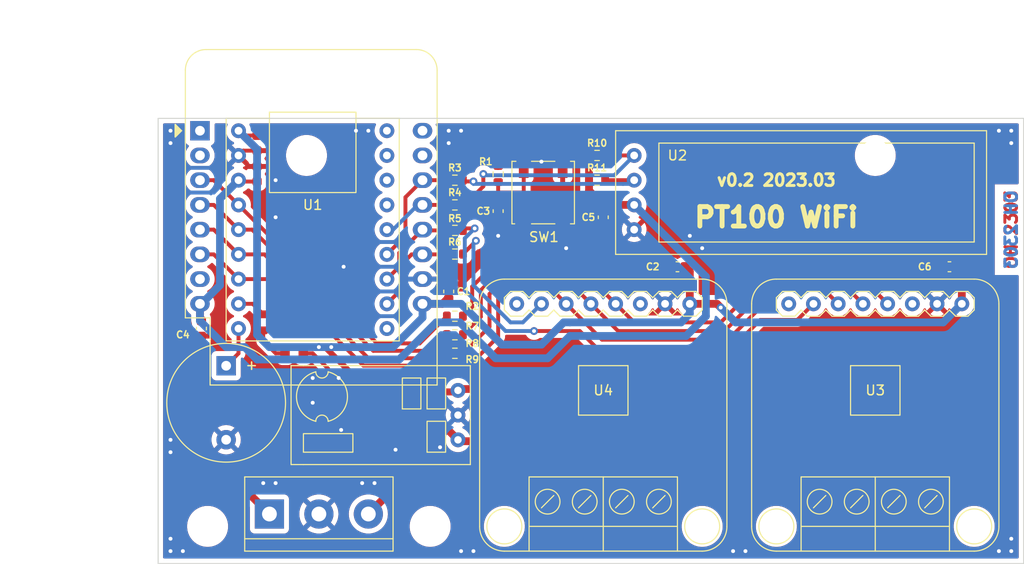
<source format=kicad_pcb>
(kicad_pcb (version 20211014) (generator pcbnew)
  (layers (0 "F.Cu" signal) (31 "B.Cu" signal) (34 "B.Paste" user) (35 "F.Paste" user) (36 "B.SilkS" user "B.Silkscreen") (37 "F.SilkS" user "F.Silkscreen") (38 "B.Mask" user) (39 "F.Mask" user) (44 "Edge.Cuts" user))
  (net 0 "")
  (net 1 "+3V3")
  (net 2 "+5V")
  (net 3 "SW")
  (net 4 "SCL")
  (net 5 "SDA")
  (net 6 "CS1")
  (net 7 "CS2")
  (net 8 "CLK")
  (net 9 "SDO")
  (net 10 "SDI")
  (net 19 "GND")
  (net 25 "SWR")
  (net 26 "SCLR")
  (net 27 "SDAR")
  (net 29 "CS1R")
  (net 30 "CS2R")
  (net 31 "CLKR")
  (net 32 "SDOR")
  (net 33 "SDIR")
  (net 34 "Net-(C9-Pad1)")
  (net 35 "Net-(C10-Pad1)")
  (net 36 "Net-(C11-Pad1)")
  (net 37 "Net-(C12-Pad1)")
  (net 38 "Net-(D1-Pad1)")
  (net 39 "Net-(J1-Pad3)")
  (net 40 "Net-(J1-Pad1)")
  (net 41 "Net-(D1-Pad2)")
  (net 42 "OUT")
  (net 43 "BEEP")
  (footprint "Resistor_SMD:R_0603_1608Metric" (layer "F.Cu") (at 104.775 140.97 90)
    (fp_text reference "R13" hide)
    (fp_text value "330" hide)
  )
  (footprint "Resistor_SMD:R_0603_1608Metric" (layer "F.Cu") (at 95.25 138.43 90)
    (fp_text reference "R14" hide)
    (fp_text value "10k" hide)
  )
  (footprint "Resistor_SMD:R_0603_1608Metric" (layer "F.Cu") (at 118.745 110.49)
    (fp_text reference "R11")
    (fp_text value "10k" hide)
  )
  (footprint "Resistor_SMD:R_0603_1608Metric" (layer "F.Cu") (at 99.06 140.97 90)
    (fp_text reference "R12" hide)
    (fp_text value "330" hide)
  )
  (footprint "MountingHole:MountingHole_3.2mm_M3" (layer "F.Cu") (at 88.9 107.95)
    (fp_text reference "H8" hide)
    (fp_text value "MountingHole" hide)
  )
  (footprint "Resistor_SMD:R_0603_1608Metric" (layer "F.Cu") (at 104.14 118.0775)
    (fp_text reference "R6")
    (fp_text value "100" hide)
  )
  (footprint "Capacitor_SMD:C_0603_1608Metric" (layer "F.Cu") (at 154.94 119.38 180)
    (fp_text reference "C6")
    (fp_text value "100n" hide)
  )
  (footprint "Resistor_SMD:R_0603_1608Metric" (layer "F.Cu") (at 81.28 140.97 90)
    (fp_text reference "R19" hide)
    (fp_text value "330" hide)
  )
  (footprint "MountingHole:MountingHole_3.2mm_M3" (layer "F.Cu") (at 109.22 146.05)
    (fp_text reference "H3" hide)
    (fp_text value "MountingHole" hide)
  )
  (footprint "Capacitor_SMD:C_0603_1608Metric" (layer "F.Cu") (at 119.38 114.3 -90)
    (fp_text reference "C5")
    (fp_text value "100n" hide)
  )
  (footprint "Resistor_SMD:R_0603_1608Metric" (layer "F.Cu") (at 108.585 109.855 -90)
    (fp_text reference "R1")
    (fp_text value "10k" hide)
  )
  (footprint "Capacitor_SMD:C_0603_1608Metric" (layer "F.Cu") (at 107.315 132.715 -90)
    (fp_text reference "C12" hide)
    (fp_text value "100n" hide)
  )
  (footprint "Resistor_SMD:R_0603_1608Metric" (layer "F.Cu") (at 104.14 124.46)
    (fp_text reference "R2")
    (fp_text value "100" hide)
  )
  (footprint "Resistor_SMD:R_0603_1608Metric" (layer "F.Cu") (at 90.17 135.255)
    (fp_text reference "R15" hide)
    (fp_text value "10k" hide)
  )
  (footprint "MountingHole:MountingHole_3.2mm_M3" (layer "F.Cu") (at 78.74 146.05)
    (fp_text reference "H1" hide)
    (fp_text value "MountingHole" hide)
  )
  (footprint "LED_SMD:LED_0805_2012Metric" (layer "F.Cu") (at 87.63 128.27 180)
    (fp_text reference "D1" hide)
    (fp_text value "LED" hide)
  )
  (footprint "Package_TO_SOT_SMD:SOT-23" (layer "F.Cu") (at 100.33 137.16 90)
    (fp_text reference "D2" hide)
    (fp_text value "BAV70" hide)
  )
  (footprint "Resistor_SMD:R_0603_1608Metric" (layer "F.Cu") (at 118.745 107.95)
    (fp_text reference "R10")
    (fp_text value "10k" hide)
  )
  (footprint "myModules:RP2040-Zero-SideOnly" (layer "F.Cu") (at 89.535 115.57)
    (fp_text reference "U5" hide)
    (fp_text value "RP2040-Zero-SideOnly" hide)
  )
  (footprint "TerminalBlock:TerminalBlock_bornier-3_P5.08mm" (layer "F.Cu") (at 85.09 144.78)
    (fp_text reference "J1" hide)
    (fp_text value "Screw_Terminal_01x03" hide)
  )
  (footprint "Resistor_SMD:R_0603_1608Metric" (layer "F.Cu") (at 100.965 140.97 90)
    (fp_text reference "R17" hide)
    (fp_text value "330" hide)
  )
  (footprint "MountingHole:MountingHole_3.2mm_M3" (layer "F.Cu") (at 137.16 146.05)
    (fp_text reference "H5" hide)
    (fp_text value "MountingHole" hide)
  )
  (footprint "Capacitor_SMD:C_0603_1608Metric" (layer "F.Cu") (at 86.995 138.43 90)
    (fp_text reference "C9" hide)
    (fp_text value "100n" hide)
  )
  (footprint "Resistor_SMD:R_0603_1608Metric" (layer "F.Cu") (at 75.565 140.97 90)
    (fp_text reference "Re" hide)
    (fp_text value "330" hide)
  )
  (footprint "Resistor_SMD:R_0603_1608Metric" (layer "F.Cu") (at 104.14 113.03)
    (fp_text reference "R4")
    (fp_text value "100" hide)
  )
  (footprint "Capacitor_SMD:C_0603_1608Metric" (layer "F.Cu") (at 103.505 121.92 90)
    (fp_text reference "C1")
    (fp_text value "100n" hide)
  )
  (footprint "Resistor_SMD:R_0603_1608Metric" (layer "F.Cu") (at 102.87 140.97 90)
    (fp_text reference "R18" hide)
    (fp_text value "330" hide)
  )
  (footprint "Button_Switch_SMD:SW_Push_1P1T_NO_CK_KSC6xxJ" (layer "F.Cu") (at 113.21 111.76 -90)
    (fp_text reference "SW1")
    (fp_text value "SW_Push" hide)
  )
  (footprint "Resistor_SMD:R_0603_1608Metric" (layer "F.Cu") (at 104.14 126.365)
    (fp_text reference "R7")
    (fp_text value "100" hide)
  )
  (footprint "Capacitor_SMD:C_0603_1608Metric" (layer "F.Cu") (at 127 119.38 180)
    (fp_text reference "C2")
    (fp_text value "100n" hide)
  )
  (footprint "Resistor_SMD:R_0603_1608Metric" (layer "F.Cu") (at 104.14 115.6475)
    (fp_text reference "R5")
    (fp_text value "100" hide)
  )
  (footprint "Capacitor_SMD:C_0603_1608Metric" (layer "F.Cu") (at 107.315 136.525 90)
    (fp_text reference "C11" hide)
    (fp_text value "100n" hide)
  )
  (footprint "Resistor_SMD:R_0603_1608Metric" (layer "F.Cu") (at 104.14 128.27)
    (fp_text reference "R8")
    (fp_text value "100" hide)
  )
  (footprint "Resistor_SMD:R_0603_1608Metric" (layer "F.Cu") (at 77.47 140.97 90)
    (fp_text reference "R22" hide)
    (fp_text value "330" hide)
  )
  (footprint "Resistor_SMD:R_0603_1608Metric" (layer "F.Cu") (at 93.345 138.43 90)
    (fp_text reference "R23" hide)
    (fp_text value "10k" hide)
  )
  (footprint "MountingHole:MountingHole_3.2mm_M3" (layer "F.Cu") (at 157.479999 146.049999)
    (fp_text reference "H6" hide)
    (fp_text value "MountingHole" hide)
  )
  (footprint "Resistor_SMD:R_0603_1608Metric" (layer "F.Cu") (at 79.375 140.97 90)
    (fp_text reference "R21" hide)
    (fp_text value "330" hide)
  )
  (footprint "myModules:BUCK5V" (layer "F.Cu") (at 104.4575 134.62 90)
    (fp_text reference "U6" hide)
    (fp_text value "LM7805_TO220" hide)
  )
  (footprint "Capacitor_SMD:C_0603_1608Metric" (layer "F.Cu") (at 83.82 109.855 90)
    (fp_text reference "C8" hide)
    (fp_text value "100n" hide)
  )
  (footprint "Capacitor_SMD:C_0603_1608Metric" (layer "F.Cu") (at 83.82 106.68 -90)
    (fp_text reference "C7" hide)
    (fp_text value "100n" hide)
  )
  (footprint "Package_TO_SOT_SMD:SOT-23" (layer "F.Cu") (at 90.17 138.43 -90)
    (fp_text reference "Q1" hide)
    (fp_text value "BC817" hide)
  )
  (footprint "Resistor_SMD:R_0603_1608Metric" (layer "F.Cu") (at 104.14 110.49)
    (fp_text reference "R3")
    (fp_text value "100" hide)
  )
  (footprint "Capacitor_SMD:C_0603_1608Metric" (layer "F.Cu") (at 107.315 140.97 -90)
    (fp_text reference "C10" hide)
    (fp_text value "100n" hide)
  )
  (footprint "MountingHole:MountingHole_3.2mm_M3" (layer "F.Cu") (at 147.32 107.95)
    (fp_text reference "H7" hide)
    (fp_text value "MountingHole" hide)
  )
  (footprint "Module:WEMOS_D1_mini_light" (layer "F.Cu") (at 77.955 105.41)
    (fp_text reference "U1")
    (fp_text value "WeMos_D1_mini" hide)
  )
  (footprint "Package_TO_SOT_SMD:SOT-23" (layer "F.Cu") (at 100.33 131.445 180)
    (fp_text reference "D3" hide)
    (fp_text value "BAV70" hide)
  )
  (footprint "Capacitor_SMD:C_0603_1608Metric" (layer "F.Cu") (at 108.585 113.665 -90)
    (fp_text reference "C3")
    (fp_text value "100n" hide)
  )
  (footprint "myModules:MAX31865_module" (layer "F.Cu") (at 118.11 128.27 180)
    (fp_text reference "U4")
    (fp_text value "MAX31865_breakout" hide)
  )
  (footprint "Resistor_SMD:R_0603_1608Metric" (layer "F.Cu") (at 104.14 130.175)
    (fp_text reference "R9")
    (fp_text value "100" hide)
  )
  (footprint "myModules:MAX31865_module" (layer "F.Cu") (at 146.05 128.27 180)
    (fp_text reference "U3")
    (fp_text value "MAX31865_breakout" hide)
  )
  (footprint "MountingHole:MountingHole_3.2mm_M3" (layer "F.Cu") (at 101.6 146.05)
    (fp_text reference "H2" hide)
    (fp_text value "MountingHole" hide)
  )
  (footprint "Capacitor_SMD:C_0603_1608Metric" (layer "F.Cu") (at 78.105 125.73 -90)
    (fp_text reference "C4")
    (fp_text value "100n" hide)
  )
  (footprint "myModules:OLED_091_module" (layer "F.Cu") (at 122.555 111.76)
    (fp_text reference "U2")
    (fp_text value "OLED_091_module" hide)
  )
  (footprint "MountingHole:MountingHole_3.2mm_M3" (layer "F.Cu") (at 129.54 146.05)
    (fp_text reference "H4" hide)
    (fp_text value "MountingHole" hide)
  )
  (footprint "Buzzer_Beeper:Buzzer_12x9.5RM7.6" (layer "F.Cu") (at 80.645 129.55 -90)
    (fp_text reference "BZ1" hide)
    (fp_text value "Buzzer" hide)
  )
  (footprint "Resistor_SMD:R_0603_1608Metric" (layer "F.Cu") (at 84.455 125.095 90)
    (fp_text reference "R16" hide)
    (fp_text value "1k0" hide)
  )
  (gr_line (start 162.56 104.14) (end 162.56 149.86) (layer "Edge.Cuts") (width 0.1))
  (gr_line (start 73.66 104.14) (end 162.56 104.14) (layer "Edge.Cuts") (width 0.1))
  (gr_line (start 162.56 149.86) (end 73.66 149.86) (layer "Edge.Cuts") (width 0.1))
  (gr_line (start 73.66 149.86) (end 73.66 104.14) (layer "Edge.Cuts") (width 0.1))
  (gr_text "OH 2303" (at 161.29 115.57 90) (layer "F.Cu") (effects (font (size 1.2 1.2) (thickness 0.3))))
  (gr_text "OH 2303" (at 161.29 115.57 90) (layer "B.Cu") (effects (font (size 1.2 1.2) (thickness 0.3)) (justify mirror)))
  (gr_text "PT100 WiFi" (at 137.16 114.3) (layer "F.SilkS") (effects (font (size 2 2) (thickness 0.5))))
  (gr_text "v0.2 2023.03" (at 137.16 110.49) (layer "F.SilkS") (effects (font (size 1.2 1.2) (thickness 0.3))))
  (segment (start 117.92 107.95) (end 117.92 110.49) (width 0.8) (layer "F.Cu") (net 1))
  (segment (start 117.92 111.57) (end 117.92 110.49) (width 0.8) (layer "F.Cu") (net 1))
  (segment (start 77.955 123.19) (end 77.955 124.805) (width 0.8) (layer "F.Cu") (net 1))
  (segment (start 78.105 123.34) (end 77.955 123.19) (width 0.8) (layer "F.Cu") (net 1))
  (segment (start 83.82 110.63) (end 82.055 110.63) (width 0.4) (layer "F.Cu") (net 1))
  (segment (start 119.38 113.03) (end 117.92 111.57) (width 0.8) (layer "F.Cu") (net 1))
  (segment (start 108.585 107.315) (end 109.22 106.68) (width 0.8) (layer "F.Cu") (net 1))
  (segment (start 109.22 106.68) (end 116.84 106.68) (width 0.8) (layer "F.Cu") (net 1))
  (segment (start 108.585 109.03) (end 108.585 107.315) (width 0.8) (layer "F.Cu") (net 1))
  (segment (start 119.38 113.525) (end 119.38 113.03) (width 0.8) (layer "F.Cu") (net 1))
  (segment (start 116.84 106.68) (end 117.92 107.76) (width 0.8) (layer "F.Cu") (net 1))
  (segment (start 117.92 107.76) (end 117.92 107.95) (width 0.8) (layer "F.Cu") (net 1))
  (segment (start 77.955 124.805) (end 78.105 124.955) (width 0.8) (layer "F.Cu") (net 1))
  (segment (start 82.055 110.63) (end 81.915 110.49) (width 0.4) (layer "F.Cu") (net 1))
  (segment (start 122.555 113.03) (end 119.38 113.03) (width 0.8) (layer "F.Cu") (net 1))
  (segment (start 122.555 113.03) (end 129.921 120.396) (width 0.8) (layer "B.Cu") (net 1))
  (segment (start 77.955 123.19) (end 78.105 123.19) (width 0.8) (layer "B.Cu") (net 1))
  (segment (start 80.645 127.635) (end 77.955 124.945) (width 0.8) (layer "B.Cu") (net 1))
  (segment (start 113.665 128.778) (end 108.331 128.778) (width 0.8) (layer "B.Cu") (net 1))
  (segment (start 98.425 128.905) (end 83.82 128.905) (width 0.8) (layer "B.Cu") (net 1))
  (segment (start 83.82 128.905) (end 82.55 127.635) (width 0.8) (layer "B.Cu") (net 1))
  (segment (start 78.105 123.19) (end 80.01 121.285) (width 0.8) (layer "B.Cu") (net 1))
  (segment (start 80.01 121.285) (end 80.01 112.395) (width 0.8) (layer "B.Cu") (net 1))
  (segment (start 129.921 124.46) (end 127.889 126.492) (width 0.8) (layer "B.Cu") (net 1))
  (segment (start 129.921 120.396) (end 129.921 124.46) (width 0.8) (layer "B.Cu") (net 1))
  (segment (start 80.01 112.395) (end 81.915 110.49) (width 0.8) (layer "B.Cu") (net 1))
  (segment (start 77.955 124.945) (end 77.955 123.19) (width 0.8) (layer "B.Cu") (net 1))
  (segment (start 82.55 127.635) (end 80.645 127.635) (width 0.8) (layer "B.Cu") (net 1))
  (segment (start 127.889 126.492) (end 115.951 126.492) (width 0.8) (layer "B.Cu") (net 1))
  (segment (start 104.648 125.095) (end 102.235 125.095) (width 0.8) (layer "B.Cu") (net 1))
  (segment (start 108.331 128.778) (end 104.648 125.095) (width 0.8) (layer "B.Cu") (net 1))
  (segment (start 115.951 126.492) (end 113.665 128.778) (width 0.8) (layer "B.Cu") (net 1))
  (segment (start 102.235 125.095) (end 98.425 128.905) (width 0.8) (layer "B.Cu") (net 1))
  (segment (start 156.21 123.19) (end 156.21 119.875) (width 0.8) (layer "F.Cu") (net 2))
  (segment (start 103.365 122.695) (end 102.87 123.19) (width 0.8) (layer "F.Cu") (net 2))
  (segment (start 156.21 119.875) (end 155.715 119.38) (width 0.8) (layer "F.Cu") (net 2))
  (segment (start 102.87 123.19) (end 100.815 123.19) (width 0.8) (layer "F.Cu") (net 2))
  (segment (start 83.82 105.905) (end 82.41 105.905) (width 0.4) (layer "F.Cu") (net 2))
  (segment (start 90.805 127.635) (end 91.44 127.635) (width 0.6) (layer "F.Cu") (net 2))
  (segment (start 103.505 122.695) (end 103.365 122.695) (width 0.8) (layer "F.Cu") (net 2))
  (segment (start 128.27 123.19) (end 131.064 123.19) (width 0.8) (layer "F.Cu") (net 2))
  (segment (start 131.064 123.19) (end 131.445 123.571) (width 0.8) (layer "F.Cu") (net 2))
  (segment (start 128.27 123.19) (end 128.27 119.875) (width 0.8) (layer "F.Cu") (net 2))
  (segment (start 94.615 131.445) (end 90.805 127.635) (width 0.6) (layer "F.Cu") (net 2))
  (segment (start 99.3925 131.445) (end 94.615 131.445) (width 0.6) (layer "F.Cu") (net 2))
  (segment (start 128.27 119.875) (end 127.775 119.38) (width 0.8) (layer "F.Cu") (net 2))
  (segment (start 90.17 127.635) (end 90.805 127.635) (width 0.6) (layer "F.Cu") (net 2))
  (segment (start 82.41 105.905) (end 81.915 105.41) (width 0.4) (layer "F.Cu") (net 2))
  (via (at 90.17 127.635) (size 0.8) (drill 0.4) (layers "F.Cu" "B.Cu") (net 2))
  (via (at 91.44 127.635) (size 0.8) (drill 0.4) (layers "F.Cu" "B.Cu") (net 2))
  (via (at 131.445 123.571) (size 0.8) (drill 0.4) (layers "F.Cu" "B.Cu") (net 2))
  (segment (start 97.79 127.635) (end 90.17 127.635) (width 0.8) (layer "B.Cu") (net 2))
  (segment (start 85.09 127.635) (end 83.82 126.365) (width 0.8) (layer "B.Cu") (net 2))
  (segment (start 115.951 125.095) (end 127.381 125.095) (width 0.8) (layer "B.Cu") (net 2))
  (segment (start 108.966 127.381) (end 113.03 127.381) (width 0.8) (layer "B.Cu") (net 2))
  (segment (start 128.27 124.206) (end 128.27 123.19) (width 0.8) (layer "B.Cu") (net 2))
  (segment (start 115.316 125.095) (end 115.951 125.095) (width 0.8) (layer "B.Cu") (net 2))
  (segment (start 127.381 125.095) (end 128.27 124.206) (width 0.8) (layer "B.Cu") (net 2))
  (segment (start 91.44 127.635) (end 90.17 127.635) (width 0.6) (layer "B.Cu") (net 2))
  (segment (start 100.815 123.19) (end 100.815 124.61) (width 0.8) (layer "B.Cu") (net 2))
  (segment (start 132.969 125.095) (end 154.305 125.095) (width 0.8) (layer "B.Cu") (net 2))
  (segment (start 154.305 125.095) (end 156.21 123.19) (width 0.8) (layer "B.Cu") (net 2))
  (segment (start 83.82 126.365) (end 83.82 107.315) (width 0.8) (layer "B.Cu") (net 2))
  (segment (start 113.03 127.381) (end 115.316 125.095) (width 0.8) (layer "B.Cu") (net 2))
  (segment (start 104.775 123.19) (end 108.966 127.381) (width 0.8) (layer "B.Cu") (net 2))
  (segment (start 131.445 123.571) (end 132.969 125.095) (width 0.8) (layer "B.Cu") (net 2))
  (segment (start 83.82 107.315) (end 81.915 105.41) (width 0.8) (layer "B.Cu") (net 2))
  (segment (start 100.815 124.61) (end 97.79 127.635) (width 0.8) (layer "B.Cu") (net 2))
  (segment (start 90.17 127.635) (end 85.09 127.635) (width 0.8) (layer "B.Cu") (net 2))
  (segment (start 100.815 123.19) (end 104.775 123.19) (width 0.8) (layer "B.Cu") (net 2))
  (segment (start 108.585 111.76) (end 108.585 112.89) (width 0.4) (layer "F.Cu") (net 3))
  (segment (start 111.21 116.12) (end 111.21 114.66) (width 0.4) (layer "F.Cu") (net 3))
  (segment (start 105.918 121.412) (end 105.918 123.507) (width 0.4) (layer "F.Cu") (net 3))
  (segment (start 111.21 108.86) (end 111.21 111.675) (width 0.4) (layer "F.Cu") (net 3))
  (segment (start 111.21 111.675) (end 111.21 114.66) (width 0.4) (layer "F.Cu") (net 3))
  (segment (start 108.585 110.68) (end 108.585 111.76) (width 0.4) (layer "F.Cu") (net 3))
  (segment (start 108.585 111.76) (end 111.125 111.76) (width 0.4) (layer "F.Cu") (net 3))
  (segment (start 105.918 123.507) (end 104.965 124.46) (width 0.4) (layer "F.Cu") (net 3))
  (segment (start 105.918 121.412) (end 111.21 116.12) (width 0.4) (layer "F.Cu") (net 3))
  (segment (start 111.125 111.76) (end 111.21 111.675) (width 0.4) (layer "F.Cu") (net 3))
  (segment (start 105.092 110.617) (end 104.965 110.49) (width 0.4) (layer "F.Cu") (net 4))
  (segment (start 122.555 110.49) (end 119.57 110.49) (width 0.4) (layer "F.Cu") (net 4))
  (segment (start 106.045 110.617) (end 105.092 110.617) (width 0.4) (layer "F.Cu") (net 4))
  (via (at 106.045 110.617) (size 0.8) (drill 0.4) (layers "F.Cu" "B.Cu") (net 4))
  (segment (start 122.174 110.871) (end 121.412 110.871) (width 0.4) (layer "B.Cu") (net 4))
  (segment (start 106.045 110.871) (end 106.045 110.617) (width 0.4) (layer "B.Cu") (net 4))
  (segment (start 122.555 110.49) (end 122.174 110.871) (width 0.4) (layer "B.Cu") (net 4))
  (segment (start 121.412 110.871) (end 106.045 110.871) (width 0.4) (layer "B.Cu") (net 4))
  (segment (start 107.061 111.125) (end 105.156 113.03) (width 0.4) (layer "F.Cu") (net 5))
  (segment (start 107.061 109.855) (end 107.061 111.125) (width 0.4) (layer "F.Cu") (net 5))
  (segment (start 105.156 113.03) (end 104.965 113.03) (width 0.4) (layer "F.Cu") (net 5))
  (segment (start 119.57 107.95) (end 122.555 107.95) (width 0.4) (layer "F.Cu") (net 5))
  (via (at 107.061 109.855) (size 0.8) (drill 0.4) (layers "F.Cu" "B.Cu") (net 5))
  (segment (start 120.523 109.982) (end 107.188 109.982) (width 0.4) (layer "B.Cu") (net 5))
  (segment (start 107.188 109.982) (end 107.061 109.855) (width 0.4) (layer "B.Cu") (net 5))
  (segment (start 122.555 107.95) (end 120.523 109.982) (width 0.4) (layer "B.Cu") (net 5))
  (segment (start 116.967 125.984) (end 118.745 127.762) (width 0.4) (layer "F.Cu") (net 6))
  (segment (start 135.509 124.841) (end 139.319 124.841) (width 0.4) (layer "F.Cu") (net 6))
  (segment (start 139.319 124.841) (end 140.97 123.19) (width 0.4) (layer "F.Cu") (net 6))
  (segment (start 118.745 127.762) (end 132.588 127.762) (width 0.4) (layer "F.Cu") (net 6))
  (segment (start 106.172 115.443) (end 105.1695 115.443) (width 0.4) (layer "F.Cu") (net 6))
  (segment (start 132.588 127.762) (end 135.509 124.841) (width 0.4) (layer "F.Cu") (net 6))
  (segment (start 105.1695 115.443) (end 104.965 115.6475) (width 0.4) (layer "F.Cu") (net 6))
  (segment (start 112.268 125.984) (end 116.967 125.984) (width 0.4) (layer "F.Cu") (net 6))
  (via (at 106.172 115.443) (size 0.8) (drill 0.4) (layers "F.Cu" "B.Cu") (net 6))
  (via (at 112.268 125.984) (size 0.8) (drill 0.4) (layers "F.Cu" "B.Cu") (net 6))
  (segment (start 105.156 116.459) (end 106.172 115.443) (width 0.4) (layer "B.Cu") (net 6))
  (segment (start 105.156 117.602) (end 105.156 116.459) (width 0.4) (layer "B.Cu") (net 6))
  (segment (start 109.347 125.984) (end 105.156 121.793) (width 0.4) (layer "B.Cu") (net 6))
  (segment (start 112.268 125.984) (end 109.347 125.984) (width 0.4) (layer "B.Cu") (net 6))
  (segment (start 105.156 121.793) (end 105.156 117.602) (width 0.4) (layer "B.Cu") (net 6))
  (segment (start 106.299 116.7435) (end 104.965 118.0775) (width 0.4) (layer "F.Cu") (net 7))
  (segment (start 106.299 116.713) (end 106.299 116.7435) (width 0.4) (layer "F.Cu") (net 7))
  (via (at 106.299 116.713) (size 0.8) (drill 0.4) (layers "F.Cu" "B.Cu") (net 7))
  (segment (start 111.125 125.095) (end 109.855 125.095) (width 0.4) (layer "B.Cu") (net 7))
  (segment (start 106.045 121.285) (end 106.045 118.364) (width 0.4) (layer "B.Cu") (net 7))
  (segment (start 113.03 123.19) (end 111.125 125.095) (width 0.4) (layer "B.Cu") (net 7))
  (segment (start 109.855 125.095) (end 106.045 121.285) (width 0.4) (layer "B.Cu") (net 7))
  (segment (start 106.045 116.967) (end 106.299 116.713) (width 0.4) (layer "B.Cu") (net 7))
  (segment (start 106.045 118.364) (end 106.045 116.967) (width 0.4) (layer "B.Cu") (net 7))
  (segment (start 120.65 123.19) (end 122.555 125.095) (width 0.4) (layer "F.Cu") (net 8))
  (segment (start 122.555 125.095) (end 131.445 125.095) (width 0.4) (layer "F.Cu") (net 8))
  (segment (start 106.807 121.793) (end 106.807 124.523) (width 0.4) (layer "F.Cu") (net 8))
  (segment (start 137.033 119.507) (end 144.907 119.507) (width 0.4) (layer "F.Cu") (net 8))
  (segment (start 144.907 119.507) (end 148.59 123.19) (width 0.4) (layer "F.Cu") (net 8))
  (segment (start 106.807 124.523) (end 104.965 126.365) (width 0.4) (layer "F.Cu") (net 8))
  (segment (start 131.445 125.095) (end 137.033 119.507) (width 0.4) (layer "F.Cu") (net 8))
  (segment (start 106.807 121.793) (end 109.093 119.507) (width 0.4) (layer "F.Cu") (net 8))
  (segment (start 116.967 119.507) (end 120.65 123.19) (width 0.4) (layer "F.Cu") (net 8))
  (segment (start 109.093 119.507) (end 116.967 119.507) (width 0.4) (layer "F.Cu") (net 8))
  (segment (start 137.414 120.396) (end 143.256 120.396) (width 0.4) (layer "F.Cu") (net 9))
  (segment (start 109.474 120.396) (end 115.316 120.396) (width 0.4) (layer "F.Cu") (net 9))
  (segment (start 115.316 120.396) (end 118.11 123.19) (width 0.4) (layer "F.Cu") (net 9))
  (segment (start 107.696 125.539) (end 104.965 128.27) (width 0.4) (layer "F.Cu") (net 9))
  (segment (start 131.826 125.984) (end 137.414 120.396) (width 0.4) (layer "F.Cu") (net 9))
  (segment (start 120.904 125.984) (end 131.826 125.984) (width 0.4) (layer "F.Cu") (net 9))
  (segment (start 143.256 120.396) (end 146.05 123.19) (width 0.4) (layer "F.Cu") (net 9))
  (segment (start 107.696 122.174) (end 107.696 125.539) (width 0.4) (layer "F.Cu") (net 9))
  (segment (start 118.11 123.19) (end 120.904 125.984) (width 0.4) (layer "F.Cu") (net 9))
  (segment (start 107.696 122.174) (end 109.474 120.396) (width 0.4) (layer "F.Cu") (net 9))
  (segment (start 109.855 121.285) (end 113.665 121.285) (width 0.4) (layer "F.Cu") (net 10))
  (segment (start 132.207 126.873) (end 137.795 121.285) (width 0.4) (layer "F.Cu") (net 10))
  (segment (start 119.253 126.873) (end 132.207 126.873) (width 0.4) (layer "F.Cu") (net 10))
  (segment (start 137.795 121.285) (end 141.605 121.285) (width 0.4) (layer "F.Cu") (net 10))
  (segment (start 113.665 121.285) (end 115.57 123.19) (width 0.4) (layer "F.Cu") (net 10))
  (segment (start 108.585 122.555) (end 108.585 126.555) (width 0.4) (layer "F.Cu") (net 10))
  (segment (start 115.57 123.19) (end 119.253 126.873) (width 0.4) (layer "F.Cu") (net 10))
  (segment (start 108.585 126.555) (end 104.965 130.175) (width 0.4) (layer "F.Cu") (net 10))
  (segment (start 141.605 121.285) (end 143.51 123.19) (width 0.4) (layer "F.Cu") (net 10))
  (segment (start 108.585 122.555) (end 109.855 121.285) (width 0.4) (layer "F.Cu") (net 10))
  (segment (start 82.41 107.455) (end 81.915 107.95) (width 0.4) (layer "F.Cu") (net 19))
  (segment (start 83.82 107.455) (end 82.41 107.455) (width 0.4) (layer "F.Cu") (net 19))
  (segment (start 115.21 117.115) (end 115.57 117.475) (width 0.25) (layer "F.Cu") (net 19))
  (segment (start 108.585 114.44) (end 108.585 116.205) (width 0.25) (layer "F.Cu") (net 19))
  (segment (start 115.21 114.66) (end 115.21 117.115) (width 0.25) (layer "F.Cu") (net 19))
  (segment (start 83.045 109.08) (end 81.915 107.95) (width 0.4) (layer "F.Cu") (net 19))
  (segment (start 83.82 109.08) (end 83.045 109.08) (width 0.4) (layer "F.Cu") (net 19))
  (via (at 74.93 137.16) (size 0.8) (drill 0.4) (layers "F.Cu" "B.Cu") (net 19))
  (via (at 160.02 148.59) (size 0.8) (drill 0.4) (layers "F.Cu" "B.Cu") (net 19))
  (via (at 113.03 108.585) (size 0.8) (drill 0.4) (layers "F.Cu" "B.Cu") (net 19))
  (via (at 94.615 141.605) (size 0.8) (drill 0.4) (layers "F.Cu" "B.Cu") (net 19))
  (via (at 92.71 119.38) (size 0.8) (drill 0.4) (layers "F.Cu" "B.Cu") (net 19))
  (via (at 89.535 133.35) (size 0.8) (drill 0.4) (layers "F.Cu" "B.Cu") (net 19))
  (via (at 104.775 148.59) (size 0.8) (drill 0.4) (layers "F.Cu" "B.Cu") (net 19))
  (via (at 132.715 148.59) (size 0.8) (drill 0.4) (layers "F.Cu" "B.Cu") (net 19))
  (via (at 84.455 141.605) (size 0.8) (drill 0.4) (layers "F.Cu" "B.Cu") (net 19))
  (via (at 115.57 117.475) (size 0.8) (drill 0.4) (layers "F.Cu" "B.Cu") (net 19))
  (via (at 93.98 105.41) (size 0.8) (drill 0.4) (layers "F.Cu" "B.Cu") (net 19))
  (via (at 102.616 137.922) (size 0.8) (drill 0.4) (layers "F.Cu" "B.Cu") (net 19))
  (via (at 85.725 114.3) (size 0.8) (drill 0.4) (layers "F.Cu" "B.Cu") (net 19))
  (via (at 98.044 138.176) (size 0.8) (drill 0.4) (layers "F.Cu" "B.Cu") (net 19))
  (via (at 85.725 110.49) (size 0.8) (drill 0.4) (layers "F.Cu" "B.Cu") (net 19))
  (via (at 128.27 116.205) (size 0.8) (drill 0.4) (layers "F.Cu" "B.Cu") (net 19))
  (via (at 104.775 105.41) (size 0.8) (drill 0.4) (layers "F.Cu" "B.Cu") (net 19))
  (via (at 106.045 148.59) (size 0.8) (drill 0.4) (layers "F.Cu" "B.Cu") (net 19))
  (via (at 161.29 147.32) (size 0.8) (drill 0.4) (layers "F.Cu" "B.Cu") (net 19))
  (via (at 108.585 116.205) (size 0.8) (drill 0.4) (layers "F.Cu" "B.Cu") (net 19))
  (via (at 74.93 138.43) (size 0.8) (drill 0.4) (layers "F.Cu" "B.Cu") (net 19))
  (via (at 160.02 105.41) (size 0.8) (drill 0.4) (layers "F.Cu" "B.Cu") (net 19))
  (via (at 89.535 130.81) (size 0.8) (drill 0.4) (layers "F.Cu" "B.Cu") (net 19))
  (via (at 95.885 141.605) (size 0.8) (drill 0.4) (layers "F.Cu" "B.Cu") (net 19))
  (via (at 74.93 106.68) (size 0.8) (drill 0.4) (layers "F.Cu" "B.Cu") (net 19))
  (via (at 74.93 147.32) (size 0.8) (drill 0.4) (layers "F.Cu" "B.Cu") (net 19))
  (via (at 85.725 141.605) (size 0.8) (drill 0.4) (layers "F.Cu" "B.Cu") (net 19))
  (via (at 133.985 148.59) (size 0.8) (drill 0.4) (layers "F.Cu" "B.Cu") (net 19))
  (via (at 76.2 148.59) (size 0.8) (drill 0.4) (layers "F.Cu" "B.Cu") (net 19))
  (via (at 103.505 105.41) (size 0.8) (drill 0.4) (layers "F.Cu" "B.Cu") (net 19))
  (via (at 74.93 105.41) (size 0.8) (drill 0.4) (layers "F.Cu" "B.Cu") (net 19))
  (via (at 92.456 136.144) (size 0.8) (drill 0.4) (layers "F.Cu" "B.Cu") (net 19))
  (via (at 161.29 105.41) (size 0.8) (drill 0.4) (layers "F.Cu" "B.Cu") (net 19))
  (via (at 92.202 130.81) (size 0.8) (drill 0.4) (layers "F.Cu" "B.Cu") (net 19))
  (via (at 74.93 148.59) (size 0.8) (drill 0.4) (layers "F.Cu" "B.Cu") (net 19))
  (via (at 103.505 106.68) (size 0.8) (drill 0.4) (layers "F.Cu" "B.Cu") (net 19))
  (via (at 161.29 106.68) (size 0.8) (drill 0.4) (layers "F.Cu" "B.Cu") (net 19))
  (via (at 161.29 148.59) (size 0.8) (drill 0.4) (layers "F.Cu" "B.Cu") (net 19))
  (via (at 129.54 117.475) (size 0.8) (drill 0.4) (layers "F.Cu" "B.Cu") (net 19))
  (via (at 95.25 105.41) (size 0.8) (drill 0.4) (layers "F.Cu" "B.Cu") (net 19))
  (segment (start 88.265 116.84) (end 85.725 114.3) (width 0.4) (layer "B.Cu") (net 19))
  (segment (start 76.2 109.22) (end 74.93 107.95) (width 0.4) (layer "B.Cu") (net 19))
  (segment (start 99.06 121.92) (end 99.06 123.825) (width 0.4) (layer "B.Cu") (net 19))
  (segment (start 80.01 107.315) (end 80.01 111.125) (width 0.4) (layer "B.Cu") (net 19))
  (segment (start 80.645 106.68) (end 80.01 107.315) (width 0.4) (layer "B.Cu") (net 19))
  (segment (start 75.565 111.125) (end 75.565 106.045) (width 0.4) (layer "B.Cu") (net 19))
  (segment (start 99.06 120.65) (end 99.06 121.92) (width 0.4) (layer "B.Cu") (net 19))
  (segment (start 93.98 120.65) (end 93.98 105.41) (width 0.4) (layer "B.Cu") (net 19))
  (segment (start 92.075 120.65) (end 92.71 120.015) (width 0.4) (layer "B.Cu") (net 19))
  (segment (start 98.425 124.46) (end 95.25 124.46) (width 0.4) (layer "B.Cu") (net 19))
  (segment (start 99.06 120.65) (end 99.06 119.38) (width 0.4) (layer "B.Cu") (net 19))
  (segment (start 99.06 121.92) (end 95.25 121.92) (width 0.4) (layer "B.Cu") (net 19))
  (segment (start 92.075 121.285) (end 92.075 120.65) (width 0.4) (layer "B.Cu") (net 19))
  (segment (start 79.375 111.76) (end 76.2 111.76) (width 0.4) (layer "B.Cu") (net 19))
  (segment (start 81.915 107.95) (end 80.645 109.22) (width 0.4) (layer "B.Cu") (net 19))
  (segment (start 81.915 107.95) (end 80.645 106.68) (width 0.4) (layer "B.Cu") (net 19))
  (segment (start 76.2 111.76) (end 75.565 111.125) (width 0.4) (layer "B.Cu") (net 19))
  (segment (start 95.25 124.46) (end 92.075 121.285) (width 0.4) (layer "B.Cu") (net 19))
  (segment (start 80.645 109.22) (end 76.2 109.22) (width 0.4) (layer "B.Cu") (net 19))
  (segment (start 99.06 123.825) (end 98.425 124.46) (width 0.4) (layer "B.Cu") (net 19))
  (segment (start 74.93 107.95) (end 74.93 106.68) (width 0.4) (layer "B.Cu") (net 19))
  (segment (start 99.06 116.84) (end 88.265 116.84) (width 0.4) (layer "B.Cu") (net 19))
  (segment (start 99.06 119.38) (end 99.06 116.84) (width 0.4) (layer "B.Cu") (net 19))
  (segment (start 80.01 111.125) (end 79.375 111.76) (width 0.4) (layer "B.Cu") (net 19))
  (segment (start 95.25 121.92) (end 93.98 120.65) (width 0.4) (layer "B.Cu") (net 19))
  (segment (start 99.06 119.38) (end 92.71 119.38) (width 0.4) (layer "B.Cu") (net 19))
  (segment (start 75.565 106.045) (end 74.93 105.41) (width 0.4) (layer "B.Cu") (net 19))
  (segment (start 100.815 120.65) (end 99.06 120.65) (width 0.4) (layer "B.Cu") (net 19))
  (segment (start 92.71 120.015) (end 92.71 119.38) (width 0.4) (layer "B.Cu") (net 19))
  (segment (start 79.375 110.49) (end 81.915 113.03) (width 0.4) (layer "F.Cu") (net 25))
  (segment (start 96.139 127.254) (end 100.521 127.254) (width 0.4) (layer "F.Cu") (net 25))
  (segment (start 77.955 110.49) (end 79.375 110.49) (width 0.4) (layer "F.Cu") (net 25))
  (segment (start 81.915 113.03) (end 96.139 127.254) (width 0.4) (layer "F.Cu") (net 25))
  (segment (start 100.521 127.254) (end 103.315 124.46) (width 0.4) (layer "F.Cu") (net 25))
  (segment (start 100.815 110.49) (end 99.06 112.245) (width 0.4) (layer "F.Cu") (net 26))
  (segment (start 100.815 110.49) (end 103.315 110.49) (width 0.4) (layer "F.Cu") (net 26))
  (segment (start 99.06 112.245) (end 99.06 116.205) (width 0.4) (layer "F.Cu") (net 26))
  (segment (start 99.06 116.205) (end 97.155 118.11) (width 0.4) (layer "F.Cu") (net 26))
  (segment (start 100.815 113.03) (end 103.315 113.03) (width 0.4) (layer "F.Cu") (net 27))
  (segment (start 100.815 113.03) (end 100.33 113.03) (width 0.4) (layer "B.Cu") (net 27))
  (segment (start 100.33 113.03) (end 97.79 115.57) (width 0.4) (layer "B.Cu") (net 27))
  (segment (start 97.79 115.57) (end 97.155 115.57) (width 0.4) (layer "B.Cu") (net 27))
  (segment (start 103.315 115.6475) (end 100.8925 115.6475) (width 0.4) (layer "F.Cu") (net 29))
  (segment (start 97.155 120.65) (end 98.425 119.38) (width 0.4) (layer "F.Cu") (net 29))
  (segment (start 98.425 119.38) (end 98.425 117.96) (width 0.4) (layer "F.Cu") (net 29))
  (segment (start 100.8925 115.6475) (end 100.815 115.57) (width 0.4) (layer "F.Cu") (net 29))
  (segment (start 98.425 117.96) (end 100.815 115.57) (width 0.4) (layer "F.Cu") (net 29))
  (segment (start 99.695 118.11) (end 99.06 118.745) (width 0.4) (layer "F.Cu") (net 30))
  (segment (start 103.2825 118.11) (end 103.315 118.0775) (width 0.4) (layer "F.Cu") (net 30))
  (segment (start 100.815 118.11) (end 103.2825 118.11) (width 0.4) (layer "F.Cu") (net 30))
  (segment (start 99.06 121.285) (end 97.155 123.19) (width 0.4) (layer "F.Cu") (net 30))
  (segment (start 99.06 118.745) (end 99.06 121.285) (width 0.4) (layer "F.Cu") (net 30))
  (segment (start 100.815 118.11) (end 99.695 118.11) (width 0.4) (layer "F.Cu") (net 30))
  (segment (start 81.915 115.57) (end 83.312 115.57) (width 0.4) (layer "F.Cu") (net 31))
  (segment (start 77.955 113.03) (end 79.375 113.03) (width 0.4) (layer "F.Cu") (net 31))
  (segment (start 95.758 128.016) (end 101.664 128.016) (width 0.4) (layer "F.Cu") (net 31))
  (segment (start 83.312 115.57) (end 95.758 128.016) (width 0.4) (layer "F.Cu") (net 31))
  (segment (start 79.375 113.03) (end 81.915 115.57) (width 0.4) (layer "F.Cu") (net 31))
  (segment (start 101.664 128.016) (end 103.315 126.365) (width 0.4) (layer "F.Cu") (net 31))
  (segment (start 77.955 115.57) (end 79.375 115.57) (width 0.4) (layer "F.Cu") (net 32))
  (segment (start 95.25 128.778) (end 102.807 128.778) (width 0.4) (layer "F.Cu") (net 32))
  (segment (start 79.375 115.57) (end 81.915 118.11) (width 0.4) (layer "F.Cu") (net 32))
  (segment (start 84.582 118.11) (end 95.25 128.778) (width 0.4) (layer "F.Cu") (net 32))
  (segment (start 81.915 118.11) (end 84.582 118.11) (width 0.4) (layer "F.Cu") (net 32))
  (segment (start 102.807 128.778) (end 103.315 128.27) (width 0.4) (layer "F.Cu") (net 32))
  (segment (start 85.852 120.65) (end 94.742 129.54) (width 0.4) (layer "F.Cu") (net 33))
  (segment (start 79.375 118.11) (end 81.915 120.65) (width 0.4) (layer "F.Cu") (net 33))
  (segment (start 94.742 129.54) (end 102.68 129.54) (width 0.4) (layer "F.Cu") (net 33))
  (segment (start 102.68 129.54) (end 103.315 130.175) (width 0.4) (layer "F.Cu") (net 33))
  (segment (start 77.955 118.11) (end 79.375 118.11) (width 0.4) (layer "F.Cu") (net 33))
  (segment (start 81.915 120.65) (end 85.852 120.65) (width 0.4) (layer "F.Cu") (net 33))
  (segment (start 95.2 139.205) (end 95.25 139.255) (width 0.8) (layer "F.Cu") (net 34))
  (segment (start 86.055 140.145) (end 86.995 139.205) (width 0.8) (layer "F.Cu") (net 34))
  (segment (start 75.565 140.145) (end 86.055 140.145) (width 0.8) (layer "F.Cu") (net 34))
  (segment (start 86.995 139.205) (end 95.2 139.205) (width 0.8) (layer "F.Cu") (net 34))
  (segment (start 99.38 138.0975) (end 99.38 139.385) (width 0.4) (layer "F.Cu") (net 35))
  (segment (start 101.28 139.83) (end 100.965 140.145) (width 0.4) (layer "F.Cu") (net 35))
  (segment (start 107.315 140.195) (end 107.265 140.145) (width 0.8) (layer "F.Cu") (net 35))
  (segment (start 99.38 139.385) (end 99.38 140.02) (width 0.4) (layer "F.Cu") (net 35))
  (segment (start 107.265 140.145) (end 99.06 140.145) (width 0.8) (layer "F.Cu") (net 35))
  (segment (start 101.28 138.0975) (end 101.28 139.83) (width 0.4) (layer "F.Cu") (net 35))
  (segment (start 104.5975 137.3) (end 104.4575 137.16) (width 0.8) (layer "F.Cu") (net 36))
  (segment (start 98.0925 136.2225) (end 100.965 136.2225) (width 0.8) (layer "F.Cu") (net 36))
  (segment (start 100.965 136.2225) (end 103.52 136.2225) (width 0.8) (layer "F.Cu") (net 36))
  (segment (start 96.71 137.605) (end 98.0925 136.2225) (width 0.8) (layer "F.Cu") (net 36))
  (segment (start 107.315 137.3) (end 104.5975 137.3) (width 0.8) (layer "F.Cu") (net 36))
  (segment (start 93.345 137.605) (end 96.71 137.605) (width 0.8) (layer "F.Cu") (net 36))
  (segment (start 103.52 136.2225) (end 104.4575 137.16) (width 0.8) (layer "F.Cu") (net 36))
  (segment (start 107.315 131.94) (end 104.5975 131.94) (width 0.8) (layer "F.Cu") (net 37))
  (segment (start 102.047 130.495) (end 102.555 131.003) (width 0.4) (layer "F.Cu") (net 37))
  (segment (start 102.555 132.019) (end 102.555 132.395) (width 0.4) (layer "F.Cu") (net 37))
  (segment (start 104.4575 132.08) (end 102.616 132.08) (width 0.4) (layer "F.Cu") (net 37))
  (segment (start 104.5975 131.94) (end 104.4575 132.08) (width 0.8) (layer "F.Cu") (net 37))
  (segment (start 104.1425 132.395) (end 104.4575 132.08) (width 0.4) (layer "F.Cu") (net 37))
  (segment (start 102.616 132.08) (end 102.555 132.019) (width 0.4) (layer "F.Cu") (net 37))
  (segment (start 102.555 131.003) (end 102.555 132.019) (width 0.4) (layer "F.Cu") (net 37))
  (segment (start 102.555 132.395) (end 104.1425 132.395) (width 0.4) (layer "F.Cu") (net 37))
  (segment (start 101.2675 130.495) (end 102.047 130.495) (width 0.4) (layer "F.Cu") (net 37))
  (segment (start 101.2675 132.395) (end 102.555 132.395) (width 0.4) (layer "F.Cu") (net 37))
  (segment (start 89.535 128.27) (end 91.12 129.855) (width 0.4) (layer "F.Cu") (net 38))
  (segment (start 91.12 129.855) (end 91.12 137.4925) (width 0.4) (layer "F.Cu") (net 38))
  (segment (start 88.5675 128.27) (end 89.535 128.27) (width 0.4) (layer "F.Cu") (net 38))
  (segment (start 91.1075 137.48) (end 91.12 137.4925) (width 0.4) (layer "F.Cu") (net 38))
  (segment (start 104.775 141.795) (end 98.235 141.795) (width 0.8) (layer "F.Cu") (net 39))
  (segment (start 98.235 141.795) (end 95.25 144.78) (width 0.8) (layer "F.Cu") (net 39))
  (segment (start 75.565 141.795) (end 82.105 141.795) (width 0.8) (layer "F.Cu") (net 40))
  (segment (start 82.105 141.795) (end 85.09 144.78) (width 0.8) (layer "F.Cu") (net 40))
  (segment (start 84.455 127) (end 85.725 128.27) (width 0.4) (layer "F.Cu") (net 41))
  (segment (start 85.725 128.27) (end 86.6925 128.27) (width 0.4) (layer "F.Cu") (net 41))
  (segment (start 84.455 125.92) (end 84.455 127) (width 0.4) (layer "F.Cu") (net 41))
  (segment (start 83.375 123.19) (end 84.455 124.27) (width 0.4) (layer "F.Cu") (net 42))
  (segment (start 81.915 123.19) (end 83.375 123.19) (width 0.4) (layer "F.Cu") (net 42))
  (segment (start 81.915 125.73) (end 81.915 128.28) (width 0.4) (layer "F.Cu") (net 43))
  (segment (start 81.915 128.28) (end 80.645 129.55) (width 0.4) (layer "F.Cu") (net 43))
  (zone (net 19) (net_name "GND") (layers F&B.Cu) (connect_pads (clearance 0.508)) (min_thickness 0.254) (fill yes (thermal_gap 0.508) (thermal_bridge_width 0.508))
    (polygon (pts (xy 162.56 149.86) (xy 73.66 149.86) (xy 73.66 104.14) (xy 162.56 104.14)))
  )
  (zone (net 0) (net_name "") (layer "F.Cu") (connect_pads (clearance 0)) (min_thickness 0.254)
    (keepout (tracks allowed) (vias allowed) (pads allowed) (copperpour not_allowed) (footprints allowed))
    (fill (thermal_gap 0.508) (thermal_bridge_width 0.508))
    (polygon (pts (xy 102.87 121.92) (xy 105.41 121.92) (xy 105.41 122.555) (xy 101.6 122.555) (xy 100.965 121.92) (xy 101.6 121.285)))
  )
  (zone (net 0) (net_name "") (layer "F.Cu") (connect_pads (clearance 0)) (min_thickness 0.254)
    (keepout (tracks allowed) (vias allowed) (pads allowed) (copperpour not_allowed) (footprints allowed))
    (fill (thermal_gap 0.508) (thermal_bridge_width 0.508))
    (polygon (pts (xy 107.95 113.03) (xy 106.045 114.935) (xy 105.41 114.3) (xy 107.315 112.395)))
  )
  (zone (net 0) (net_name "") (layer "F.Cu") (connect_pads (clearance 0)) (min_thickness 0.254)
    (keepout (tracks allowed) (vias allowed) (pads allowed) (copperpour not_allowed) (footprints allowed))
    (fill (thermal_gap 0.508) (thermal_bridge_width 0.508))
    (polygon (pts (xy 111.76 126.365) (xy 109.22 126.365) (xy 109.22 125.73) (xy 111.76 125.73)))
  )
  (zone (net 0) (net_name "") (layer "F.Cu") (connect_pads (clearance 0)) (min_thickness 0.254)
    (keepout (tracks allowed) (vias allowed) (pads allowed) (copperpour not_allowed) (footprints allowed))
    (fill (thermal_gap 0.508) (thermal_bridge_width 0.508))
    (polygon (pts (xy 110.49 113.665) (xy 109.22 113.665) (xy 109.22 113.03) (xy 110.49 113.03)))
  )
)
</source>
